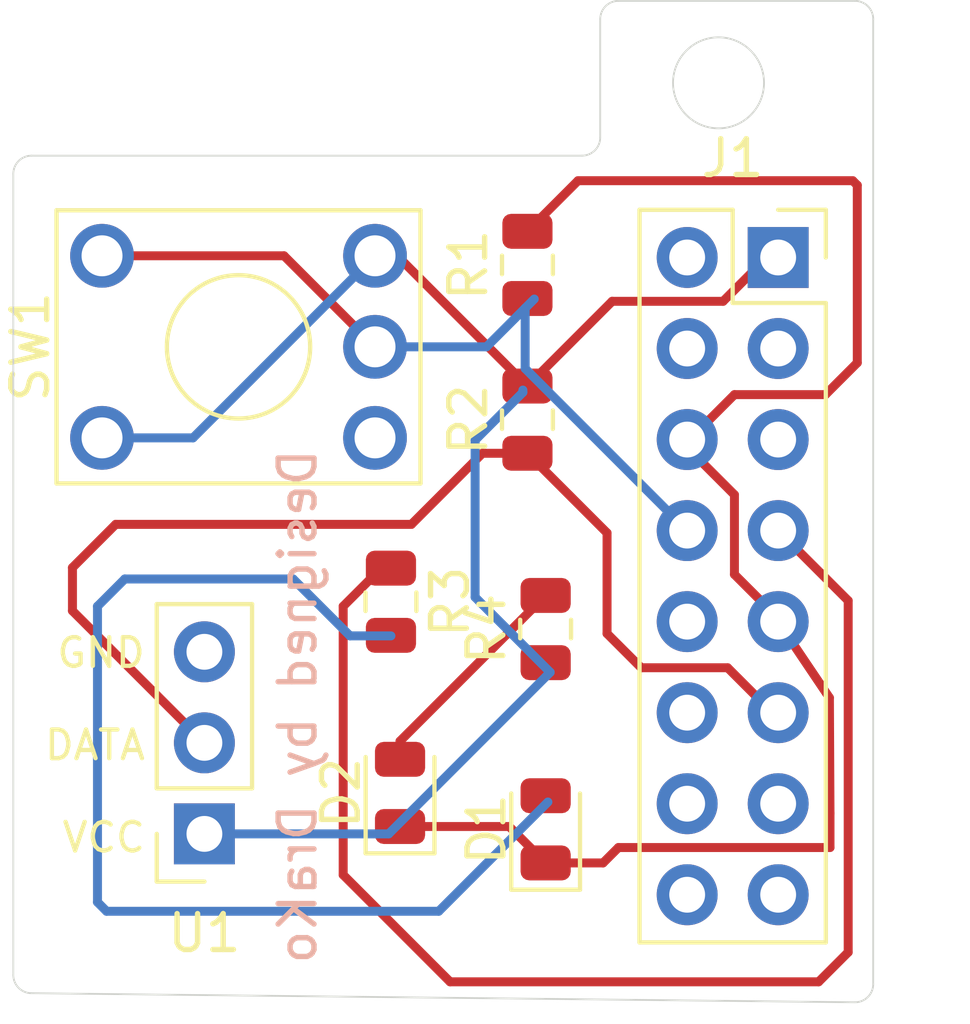
<source format=kicad_pcb>
(kicad_pcb (version 20171130) (host pcbnew "(5.1.5)-3")

  (general
    (thickness 1.6)
    (drawings 15)
    (tracks 72)
    (zones 0)
    (modules 9)
    (nets 19)
  )

  (page A4)
  (title_block
    (title "Raspberry Pi Full Stack HAT")
    (date 2020-04-26)
    (comment 1 "Designed by DraKo")
  )

  (layers
    (0 F.Cu signal)
    (31 B.Cu signal)
    (32 B.Adhes user)
    (33 F.Adhes user)
    (34 B.Paste user)
    (35 F.Paste user)
    (36 B.SilkS user)
    (37 F.SilkS user)
    (38 B.Mask user)
    (39 F.Mask user)
    (40 Dwgs.User user)
    (41 Cmts.User user)
    (42 Eco1.User user)
    (43 Eco2.User user)
    (44 Edge.Cuts user)
    (45 Margin user)
    (46 B.CrtYd user)
    (47 F.CrtYd user)
    (48 B.Fab user)
    (49 F.Fab user)
  )

  (setup
    (last_trace_width 0.25)
    (trace_clearance 0.2)
    (zone_clearance 0.508)
    (zone_45_only no)
    (trace_min 0.2)
    (via_size 0.8)
    (via_drill 0.4)
    (via_min_size 0.4)
    (via_min_drill 0.3)
    (uvia_size 0.3)
    (uvia_drill 0.1)
    (uvias_allowed no)
    (uvia_min_size 0.2)
    (uvia_min_drill 0.1)
    (edge_width 0.05)
    (segment_width 0.2)
    (pcb_text_width 0.3)
    (pcb_text_size 1.5 1.5)
    (mod_edge_width 0.12)
    (mod_text_size 1 1)
    (mod_text_width 0.15)
    (pad_size 1.524 1.524)
    (pad_drill 0.762)
    (pad_to_mask_clearance 0.051)
    (solder_mask_min_width 0.25)
    (aux_axis_origin 0 0)
    (visible_elements 7FFFFFFF)
    (pcbplotparams
      (layerselection 0x010fc_ffffffff)
      (usegerberextensions false)
      (usegerberattributes false)
      (usegerberadvancedattributes false)
      (creategerberjobfile false)
      (excludeedgelayer true)
      (linewidth 0.100000)
      (plotframeref false)
      (viasonmask false)
      (mode 1)
      (useauxorigin false)
      (hpglpennumber 1)
      (hpglpenspeed 20)
      (hpglpendiameter 15.000000)
      (psnegative false)
      (psa4output false)
      (plotreference true)
      (plotvalue true)
      (plotinvisibletext false)
      (padsonsilk false)
      (subtractmaskfromsilk false)
      (outputformat 1)
      (mirror false)
      (drillshape 1)
      (scaleselection 1)
      (outputdirectory ""))
  )

  (net 0 "")
  (net 1 GND)
  (net 2 "Net-(D1-Pad2)")
  (net 3 "Net-(D2-Pad2)")
  (net 4 /3V3)
  (net 5 "Net-(J1-Pad2)")
  (net 6 "Net-(J1-Pad3)")
  (net 7 "Net-(J1-Pad4)")
  (net 8 "Net-(J1-Pad5)")
  (net 9 "Net-(J1-Pad7)")
  (net 10 /button_input)
  (net 11 "Net-(J1-Pad10)")
  (net 12 "Net-(J1-Pad11)")
  (net 13 "Net-(J1-Pad12)")
  (net 14 "Net-(J1-Pad13)")
  (net 15 "Net-(J1-Pad14)")
  (net 16 "Net-(J1-Pad15)")
  (net 17 "Net-(J1-Pad16)")
  (net 18 "Net-(U1-Pad3)")

  (net_class Default "This is the default net class."
    (clearance 0.2)
    (trace_width 0.25)
    (via_dia 0.8)
    (via_drill 0.4)
    (uvia_dia 0.3)
    (uvia_drill 0.1)
    (add_net /3V3)
    (add_net /button_input)
    (add_net GND)
    (add_net "Net-(D1-Pad2)")
    (add_net "Net-(D2-Pad2)")
    (add_net "Net-(J1-Pad10)")
    (add_net "Net-(J1-Pad11)")
    (add_net "Net-(J1-Pad12)")
    (add_net "Net-(J1-Pad13)")
    (add_net "Net-(J1-Pad14)")
    (add_net "Net-(J1-Pad15)")
    (add_net "Net-(J1-Pad16)")
    (add_net "Net-(J1-Pad2)")
    (add_net "Net-(J1-Pad3)")
    (add_net "Net-(J1-Pad4)")
    (add_net "Net-(J1-Pad5)")
    (add_net "Net-(J1-Pad7)")
    (add_net "Net-(U1-Pad3)")
  )

  (module LED_SMD:LED_0805_2012Metric (layer F.Cu) (tedit 5B36C52C) (tstamp 5EA5FE30)
    (at 165.862 101.854 90)
    (descr "LED SMD 0805 (2012 Metric), square (rectangular) end terminal, IPC_7351 nominal, (Body size source: https://docs.google.com/spreadsheets/d/1BsfQQcO9C6DZCsRaXUlFlo91Tg2WpOkGARC1WS5S8t0/edit?usp=sharing), generated with kicad-footprint-generator")
    (tags diode)
    (path /5EA5F743)
    (attr smd)
    (fp_text reference D1 (at 0 -1.65 90) (layer F.SilkS)
      (effects (font (size 1 1) (thickness 0.15)))
    )
    (fp_text value LED (at 0 1.65 90) (layer F.Fab)
      (effects (font (size 1 1) (thickness 0.15)))
    )
    (fp_line (start 1 -0.6) (end -0.7 -0.6) (layer F.Fab) (width 0.1))
    (fp_line (start -0.7 -0.6) (end -1 -0.3) (layer F.Fab) (width 0.1))
    (fp_line (start -1 -0.3) (end -1 0.6) (layer F.Fab) (width 0.1))
    (fp_line (start -1 0.6) (end 1 0.6) (layer F.Fab) (width 0.1))
    (fp_line (start 1 0.6) (end 1 -0.6) (layer F.Fab) (width 0.1))
    (fp_line (start 1 -0.96) (end -1.685 -0.96) (layer F.SilkS) (width 0.12))
    (fp_line (start -1.685 -0.96) (end -1.685 0.96) (layer F.SilkS) (width 0.12))
    (fp_line (start -1.685 0.96) (end 1 0.96) (layer F.SilkS) (width 0.12))
    (fp_line (start -1.68 0.95) (end -1.68 -0.95) (layer F.CrtYd) (width 0.05))
    (fp_line (start -1.68 -0.95) (end 1.68 -0.95) (layer F.CrtYd) (width 0.05))
    (fp_line (start 1.68 -0.95) (end 1.68 0.95) (layer F.CrtYd) (width 0.05))
    (fp_line (start 1.68 0.95) (end -1.68 0.95) (layer F.CrtYd) (width 0.05))
    (fp_text user %R (at 0 0 90) (layer F.Fab)
      (effects (font (size 0.5 0.5) (thickness 0.08)))
    )
    (pad 1 smd roundrect (at -0.9375 0 90) (size 0.975 1.4) (layers F.Cu F.Paste F.Mask) (roundrect_rratio 0.25)
      (net 1 GND))
    (pad 2 smd roundrect (at 0.9375 0 90) (size 0.975 1.4) (layers F.Cu F.Paste F.Mask) (roundrect_rratio 0.25)
      (net 2 "Net-(D1-Pad2)"))
    (model ${KISYS3DMOD}/LED_SMD.3dshapes/LED_0805_2012Metric.wrl
      (at (xyz 0 0 0))
      (scale (xyz 1 1 1))
      (rotate (xyz 0 0 0))
    )
  )

  (module LED_SMD:LED_0805_2012Metric (layer F.Cu) (tedit 5B36C52C) (tstamp 5EA5FE43)
    (at 161.798 100.838 90)
    (descr "LED SMD 0805 (2012 Metric), square (rectangular) end terminal, IPC_7351 nominal, (Body size source: https://docs.google.com/spreadsheets/d/1BsfQQcO9C6DZCsRaXUlFlo91Tg2WpOkGARC1WS5S8t0/edit?usp=sharing), generated with kicad-footprint-generator")
    (tags diode)
    (path /5EA89E04)
    (attr smd)
    (fp_text reference D2 (at 0 -1.65 90) (layer F.SilkS)
      (effects (font (size 1 1) (thickness 0.15)))
    )
    (fp_text value LED (at 0 1.65 90) (layer F.Fab)
      (effects (font (size 1 1) (thickness 0.15)))
    )
    (fp_text user %R (at 0 0 90) (layer F.Fab)
      (effects (font (size 0.5 0.5) (thickness 0.08)))
    )
    (fp_line (start 1.68 0.95) (end -1.68 0.95) (layer F.CrtYd) (width 0.05))
    (fp_line (start 1.68 -0.95) (end 1.68 0.95) (layer F.CrtYd) (width 0.05))
    (fp_line (start -1.68 -0.95) (end 1.68 -0.95) (layer F.CrtYd) (width 0.05))
    (fp_line (start -1.68 0.95) (end -1.68 -0.95) (layer F.CrtYd) (width 0.05))
    (fp_line (start -1.685 0.96) (end 1 0.96) (layer F.SilkS) (width 0.12))
    (fp_line (start -1.685 -0.96) (end -1.685 0.96) (layer F.SilkS) (width 0.12))
    (fp_line (start 1 -0.96) (end -1.685 -0.96) (layer F.SilkS) (width 0.12))
    (fp_line (start 1 0.6) (end 1 -0.6) (layer F.Fab) (width 0.1))
    (fp_line (start -1 0.6) (end 1 0.6) (layer F.Fab) (width 0.1))
    (fp_line (start -1 -0.3) (end -1 0.6) (layer F.Fab) (width 0.1))
    (fp_line (start -0.7 -0.6) (end -1 -0.3) (layer F.Fab) (width 0.1))
    (fp_line (start 1 -0.6) (end -0.7 -0.6) (layer F.Fab) (width 0.1))
    (pad 2 smd roundrect (at 0.9375 0 90) (size 0.975 1.4) (layers F.Cu F.Paste F.Mask) (roundrect_rratio 0.25)
      (net 3 "Net-(D2-Pad2)"))
    (pad 1 smd roundrect (at -0.9375 0 90) (size 0.975 1.4) (layers F.Cu F.Paste F.Mask) (roundrect_rratio 0.25)
      (net 1 GND))
    (model ${KISYS3DMOD}/LED_SMD.3dshapes/LED_0805_2012Metric.wrl
      (at (xyz 0 0 0))
      (scale (xyz 1 1 1))
      (rotate (xyz 0 0 0))
    )
  )

  (module Connector_PinSocket_2.54mm:PinSocket_2x08_P2.54mm_Vertical (layer F.Cu) (tedit 5A19A42B) (tstamp 5EA5FE69)
    (at 172.353001 85.899001)
    (descr "Through hole straight socket strip, 2x08, 2.54mm pitch, double cols (from Kicad 4.0.7), script generated")
    (tags "Through hole socket strip THT 2x08 2.54mm double row")
    (path /5EA5A41A)
    (fp_text reference J1 (at -1.27 -2.77) (layer F.SilkS)
      (effects (font (size 1 1) (thickness 0.15)))
    )
    (fp_text value Raspberry_Pi_2_3 (at -1.27 20.55) (layer F.Fab)
      (effects (font (size 1 1) (thickness 0.15)))
    )
    (fp_line (start -3.81 -1.27) (end 0.27 -1.27) (layer F.Fab) (width 0.1))
    (fp_line (start 0.27 -1.27) (end 1.27 -0.27) (layer F.Fab) (width 0.1))
    (fp_line (start 1.27 -0.27) (end 1.27 19.05) (layer F.Fab) (width 0.1))
    (fp_line (start 1.27 19.05) (end -3.81 19.05) (layer F.Fab) (width 0.1))
    (fp_line (start -3.81 19.05) (end -3.81 -1.27) (layer F.Fab) (width 0.1))
    (fp_line (start -3.87 -1.33) (end -1.27 -1.33) (layer F.SilkS) (width 0.12))
    (fp_line (start -3.87 -1.33) (end -3.87 19.11) (layer F.SilkS) (width 0.12))
    (fp_line (start -3.87 19.11) (end 1.33 19.11) (layer F.SilkS) (width 0.12))
    (fp_line (start 1.33 1.27) (end 1.33 19.11) (layer F.SilkS) (width 0.12))
    (fp_line (start -1.27 1.27) (end 1.33 1.27) (layer F.SilkS) (width 0.12))
    (fp_line (start -1.27 -1.33) (end -1.27 1.27) (layer F.SilkS) (width 0.12))
    (fp_line (start 1.33 -1.33) (end 1.33 0) (layer F.SilkS) (width 0.12))
    (fp_line (start 0 -1.33) (end 1.33 -1.33) (layer F.SilkS) (width 0.12))
    (fp_line (start -4.34 -1.8) (end 1.76 -1.8) (layer F.CrtYd) (width 0.05))
    (fp_line (start 1.76 -1.8) (end 1.76 19.55) (layer F.CrtYd) (width 0.05))
    (fp_line (start 1.76 19.55) (end -4.34 19.55) (layer F.CrtYd) (width 0.05))
    (fp_line (start -4.34 19.55) (end -4.34 -1.8) (layer F.CrtYd) (width 0.05))
    (fp_text user %R (at -1.27 8.89 90) (layer F.Fab)
      (effects (font (size 1 1) (thickness 0.15)))
    )
    (pad 1 thru_hole rect (at 0 0) (size 1.7 1.7) (drill 1) (layers *.Cu *.Mask)
      (net 4 /3V3))
    (pad 2 thru_hole oval (at -2.54 0) (size 1.7 1.7) (drill 1) (layers *.Cu *.Mask)
      (net 5 "Net-(J1-Pad2)"))
    (pad 3 thru_hole oval (at 0 2.54) (size 1.7 1.7) (drill 1) (layers *.Cu *.Mask)
      (net 6 "Net-(J1-Pad3)"))
    (pad 4 thru_hole oval (at -2.54 2.54) (size 1.7 1.7) (drill 1) (layers *.Cu *.Mask)
      (net 7 "Net-(J1-Pad4)"))
    (pad 5 thru_hole oval (at 0 5.08) (size 1.7 1.7) (drill 1) (layers *.Cu *.Mask)
      (net 8 "Net-(J1-Pad5)"))
    (pad 6 thru_hole oval (at -2.54 5.08) (size 1.7 1.7) (drill 1) (layers *.Cu *.Mask)
      (net 1 GND))
    (pad 7 thru_hole oval (at 0 7.62) (size 1.7 1.7) (drill 1) (layers *.Cu *.Mask)
      (net 9 "Net-(J1-Pad7)"))
    (pad 8 thru_hole oval (at -2.54 7.62) (size 1.7 1.7) (drill 1) (layers *.Cu *.Mask)
      (net 10 /button_input))
    (pad 9 thru_hole oval (at 0 10.16) (size 1.7 1.7) (drill 1) (layers *.Cu *.Mask)
      (net 1 GND))
    (pad 10 thru_hole oval (at -2.54 10.16) (size 1.7 1.7) (drill 1) (layers *.Cu *.Mask)
      (net 11 "Net-(J1-Pad10)"))
    (pad 11 thru_hole oval (at 0 12.7) (size 1.7 1.7) (drill 1) (layers *.Cu *.Mask)
      (net 12 "Net-(J1-Pad11)"))
    (pad 12 thru_hole oval (at -2.54 12.7) (size 1.7 1.7) (drill 1) (layers *.Cu *.Mask)
      (net 13 "Net-(J1-Pad12)"))
    (pad 13 thru_hole oval (at 0 15.24) (size 1.7 1.7) (drill 1) (layers *.Cu *.Mask)
      (net 14 "Net-(J1-Pad13)"))
    (pad 14 thru_hole oval (at -2.54 15.24) (size 1.7 1.7) (drill 1) (layers *.Cu *.Mask)
      (net 15 "Net-(J1-Pad14)"))
    (pad 15 thru_hole oval (at 0 17.78) (size 1.7 1.7) (drill 1) (layers *.Cu *.Mask)
      (net 16 "Net-(J1-Pad15)"))
    (pad 16 thru_hole oval (at -2.54 17.78) (size 1.7 1.7) (drill 1) (layers *.Cu *.Mask)
      (net 17 "Net-(J1-Pad16)"))
    (model ${KISYS3DMOD}/Connector_PinSocket_2.54mm.3dshapes/PinSocket_2x08_P2.54mm_Vertical.wrl
      (at (xyz 0 0 0))
      (scale (xyz 1 1 1))
      (rotate (xyz 0 0 0))
    )
  )

  (module Resistor_SMD:R_0805_2012Metric (layer F.Cu) (tedit 5B36C52B) (tstamp 5EA5FE7A)
    (at 165.354 86.106 90)
    (descr "Resistor SMD 0805 (2012 Metric), square (rectangular) end terminal, IPC_7351 nominal, (Body size source: https://docs.google.com/spreadsheets/d/1BsfQQcO9C6DZCsRaXUlFlo91Tg2WpOkGARC1WS5S8t0/edit?usp=sharing), generated with kicad-footprint-generator")
    (tags resistor)
    (path /5EA5E66D)
    (attr smd)
    (fp_text reference R1 (at 0 -1.65 90) (layer F.SilkS)
      (effects (font (size 1 1) (thickness 0.15)))
    )
    (fp_text value 10k (at 0 1.65 90) (layer F.Fab)
      (effects (font (size 1 1) (thickness 0.15)))
    )
    (fp_line (start -1 0.6) (end -1 -0.6) (layer F.Fab) (width 0.1))
    (fp_line (start -1 -0.6) (end 1 -0.6) (layer F.Fab) (width 0.1))
    (fp_line (start 1 -0.6) (end 1 0.6) (layer F.Fab) (width 0.1))
    (fp_line (start 1 0.6) (end -1 0.6) (layer F.Fab) (width 0.1))
    (fp_line (start -0.258578 -0.71) (end 0.258578 -0.71) (layer F.SilkS) (width 0.12))
    (fp_line (start -0.258578 0.71) (end 0.258578 0.71) (layer F.SilkS) (width 0.12))
    (fp_line (start -1.68 0.95) (end -1.68 -0.95) (layer F.CrtYd) (width 0.05))
    (fp_line (start -1.68 -0.95) (end 1.68 -0.95) (layer F.CrtYd) (width 0.05))
    (fp_line (start 1.68 -0.95) (end 1.68 0.95) (layer F.CrtYd) (width 0.05))
    (fp_line (start 1.68 0.95) (end -1.68 0.95) (layer F.CrtYd) (width 0.05))
    (fp_text user %R (at 0 0 90) (layer F.Fab)
      (effects (font (size 0.5 0.5) (thickness 0.08)))
    )
    (pad 1 smd roundrect (at -0.9375 0 90) (size 0.975 1.4) (layers F.Cu F.Paste F.Mask) (roundrect_rratio 0.25)
      (net 10 /button_input))
    (pad 2 smd roundrect (at 0.9375 0 90) (size 0.975 1.4) (layers F.Cu F.Paste F.Mask) (roundrect_rratio 0.25)
      (net 1 GND))
    (model ${KISYS3DMOD}/Resistor_SMD.3dshapes/R_0805_2012Metric.wrl
      (at (xyz 0 0 0))
      (scale (xyz 1 1 1))
      (rotate (xyz 0 0 0))
    )
  )

  (module Resistor_SMD:R_0805_2012Metric (layer F.Cu) (tedit 5B36C52B) (tstamp 5EA5FE8B)
    (at 165.354 90.424 90)
    (descr "Resistor SMD 0805 (2012 Metric), square (rectangular) end terminal, IPC_7351 nominal, (Body size source: https://docs.google.com/spreadsheets/d/1BsfQQcO9C6DZCsRaXUlFlo91Tg2WpOkGARC1WS5S8t0/edit?usp=sharing), generated with kicad-footprint-generator")
    (tags resistor)
    (path /5EA5EF31)
    (attr smd)
    (fp_text reference R2 (at 0 -1.65 90) (layer F.SilkS)
      (effects (font (size 1 1) (thickness 0.15)))
    )
    (fp_text value 330k (at 0 1.65 90) (layer F.Fab)
      (effects (font (size 1 1) (thickness 0.15)))
    )
    (fp_text user %R (at 0 0 90) (layer F.Fab)
      (effects (font (size 0.5 0.5) (thickness 0.08)))
    )
    (fp_line (start 1.68 0.95) (end -1.68 0.95) (layer F.CrtYd) (width 0.05))
    (fp_line (start 1.68 -0.95) (end 1.68 0.95) (layer F.CrtYd) (width 0.05))
    (fp_line (start -1.68 -0.95) (end 1.68 -0.95) (layer F.CrtYd) (width 0.05))
    (fp_line (start -1.68 0.95) (end -1.68 -0.95) (layer F.CrtYd) (width 0.05))
    (fp_line (start -0.258578 0.71) (end 0.258578 0.71) (layer F.SilkS) (width 0.12))
    (fp_line (start -0.258578 -0.71) (end 0.258578 -0.71) (layer F.SilkS) (width 0.12))
    (fp_line (start 1 0.6) (end -1 0.6) (layer F.Fab) (width 0.1))
    (fp_line (start 1 -0.6) (end 1 0.6) (layer F.Fab) (width 0.1))
    (fp_line (start -1 -0.6) (end 1 -0.6) (layer F.Fab) (width 0.1))
    (fp_line (start -1 0.6) (end -1 -0.6) (layer F.Fab) (width 0.1))
    (pad 2 smd roundrect (at 0.9375 0 90) (size 0.975 1.4) (layers F.Cu F.Paste F.Mask) (roundrect_rratio 0.25)
      (net 4 /3V3))
    (pad 1 smd roundrect (at -0.9375 0 90) (size 0.975 1.4) (layers F.Cu F.Paste F.Mask) (roundrect_rratio 0.25)
      (net 12 "Net-(J1-Pad11)"))
    (model ${KISYS3DMOD}/Resistor_SMD.3dshapes/R_0805_2012Metric.wrl
      (at (xyz 0 0 0))
      (scale (xyz 1 1 1))
      (rotate (xyz 0 0 0))
    )
  )

  (module Resistor_SMD:R_0805_2012Metric (layer F.Cu) (tedit 5B36C52B) (tstamp 5EA5FE9C)
    (at 161.544 95.504 270)
    (descr "Resistor SMD 0805 (2012 Metric), square (rectangular) end terminal, IPC_7351 nominal, (Body size source: https://docs.google.com/spreadsheets/d/1BsfQQcO9C6DZCsRaXUlFlo91Tg2WpOkGARC1WS5S8t0/edit?usp=sharing), generated with kicad-footprint-generator")
    (tags resistor)
    (path /5EA5F26B)
    (attr smd)
    (fp_text reference R3 (at 0 -1.65 270) (layer F.SilkS)
      (effects (font (size 1 1) (thickness 0.15)))
    )
    (fp_text value R (at 0 1.65 270) (layer F.Fab)
      (effects (font (size 1 1) (thickness 0.15)))
    )
    (fp_line (start -1 0.6) (end -1 -0.6) (layer F.Fab) (width 0.1))
    (fp_line (start -1 -0.6) (end 1 -0.6) (layer F.Fab) (width 0.1))
    (fp_line (start 1 -0.6) (end 1 0.6) (layer F.Fab) (width 0.1))
    (fp_line (start 1 0.6) (end -1 0.6) (layer F.Fab) (width 0.1))
    (fp_line (start -0.258578 -0.71) (end 0.258578 -0.71) (layer F.SilkS) (width 0.12))
    (fp_line (start -0.258578 0.71) (end 0.258578 0.71) (layer F.SilkS) (width 0.12))
    (fp_line (start -1.68 0.95) (end -1.68 -0.95) (layer F.CrtYd) (width 0.05))
    (fp_line (start -1.68 -0.95) (end 1.68 -0.95) (layer F.CrtYd) (width 0.05))
    (fp_line (start 1.68 -0.95) (end 1.68 0.95) (layer F.CrtYd) (width 0.05))
    (fp_line (start 1.68 0.95) (end -1.68 0.95) (layer F.CrtYd) (width 0.05))
    (fp_text user %R (at 0 0 270) (layer F.Fab)
      (effects (font (size 0.5 0.5) (thickness 0.08)))
    )
    (pad 1 smd roundrect (at -0.9375 0 270) (size 0.975 1.4) (layers F.Cu F.Paste F.Mask) (roundrect_rratio 0.25)
      (net 9 "Net-(J1-Pad7)"))
    (pad 2 smd roundrect (at 0.9375 0 270) (size 0.975 1.4) (layers F.Cu F.Paste F.Mask) (roundrect_rratio 0.25)
      (net 2 "Net-(D1-Pad2)"))
    (model ${KISYS3DMOD}/Resistor_SMD.3dshapes/R_0805_2012Metric.wrl
      (at (xyz 0 0 0))
      (scale (xyz 1 1 1))
      (rotate (xyz 0 0 0))
    )
  )

  (module Resistor_SMD:R_0805_2012Metric (layer F.Cu) (tedit 5B36C52B) (tstamp 5EA5FEAD)
    (at 165.862 96.266 90)
    (descr "Resistor SMD 0805 (2012 Metric), square (rectangular) end terminal, IPC_7351 nominal, (Body size source: https://docs.google.com/spreadsheets/d/1BsfQQcO9C6DZCsRaXUlFlo91Tg2WpOkGARC1WS5S8t0/edit?usp=sharing), generated with kicad-footprint-generator")
    (tags resistor)
    (path /5EA89DFA)
    (attr smd)
    (fp_text reference R4 (at 0 -1.65 90) (layer F.SilkS)
      (effects (font (size 1 1) (thickness 0.15)))
    )
    (fp_text value R (at 0 1.65 90) (layer F.Fab)
      (effects (font (size 1 1) (thickness 0.15)))
    )
    (fp_text user %R (at 0 0 90) (layer F.Fab)
      (effects (font (size 0.5 0.5) (thickness 0.08)))
    )
    (fp_line (start 1.68 0.95) (end -1.68 0.95) (layer F.CrtYd) (width 0.05))
    (fp_line (start 1.68 -0.95) (end 1.68 0.95) (layer F.CrtYd) (width 0.05))
    (fp_line (start -1.68 -0.95) (end 1.68 -0.95) (layer F.CrtYd) (width 0.05))
    (fp_line (start -1.68 0.95) (end -1.68 -0.95) (layer F.CrtYd) (width 0.05))
    (fp_line (start -0.258578 0.71) (end 0.258578 0.71) (layer F.SilkS) (width 0.12))
    (fp_line (start -0.258578 -0.71) (end 0.258578 -0.71) (layer F.SilkS) (width 0.12))
    (fp_line (start 1 0.6) (end -1 0.6) (layer F.Fab) (width 0.1))
    (fp_line (start 1 -0.6) (end 1 0.6) (layer F.Fab) (width 0.1))
    (fp_line (start -1 -0.6) (end 1 -0.6) (layer F.Fab) (width 0.1))
    (fp_line (start -1 0.6) (end -1 -0.6) (layer F.Fab) (width 0.1))
    (pad 2 smd roundrect (at 0.9375 0 90) (size 0.975 1.4) (layers F.Cu F.Paste F.Mask) (roundrect_rratio 0.25)
      (net 3 "Net-(D2-Pad2)"))
    (pad 1 smd roundrect (at -0.9375 0 90) (size 0.975 1.4) (layers F.Cu F.Paste F.Mask) (roundrect_rratio 0.25)
      (net 4 /3V3))
    (model ${KISYS3DMOD}/Resistor_SMD.3dshapes/R_0805_2012Metric.wrl
      (at (xyz 0 0 0))
      (scale (xyz 1 1 1))
      (rotate (xyz 0 0 0))
    )
  )

  (module Connector_PinSocket_2.54mm:PinSocket_1x03_P2.54mm_Vertical (layer F.Cu) (tedit 5A19A429) (tstamp 5EA5FEC4)
    (at 156.337 101.981 180)
    (descr "Through hole straight socket strip, 1x03, 2.54mm pitch, single row (from Kicad 4.0.7), script generated")
    (tags "Through hole socket strip THT 1x03 2.54mm single row")
    (path /5EA602AA)
    (fp_text reference U1 (at 0 -2.77 180) (layer F.SilkS)
      (effects (font (size 1 1) (thickness 0.15)))
    )
    (fp_text value DHT22 (at 0 7.85 180) (layer F.Fab)
      (effects (font (size 1 1) (thickness 0.15)))
    )
    (fp_line (start -1.27 -1.27) (end 0.635 -1.27) (layer F.Fab) (width 0.1))
    (fp_line (start 0.635 -1.27) (end 1.27 -0.635) (layer F.Fab) (width 0.1))
    (fp_line (start 1.27 -0.635) (end 1.27 6.35) (layer F.Fab) (width 0.1))
    (fp_line (start 1.27 6.35) (end -1.27 6.35) (layer F.Fab) (width 0.1))
    (fp_line (start -1.27 6.35) (end -1.27 -1.27) (layer F.Fab) (width 0.1))
    (fp_line (start -1.33 1.27) (end 1.33 1.27) (layer F.SilkS) (width 0.12))
    (fp_line (start -1.33 1.27) (end -1.33 6.41) (layer F.SilkS) (width 0.12))
    (fp_line (start -1.33 6.41) (end 1.33 6.41) (layer F.SilkS) (width 0.12))
    (fp_line (start 1.33 1.27) (end 1.33 6.41) (layer F.SilkS) (width 0.12))
    (fp_line (start 1.33 -1.33) (end 1.33 0) (layer F.SilkS) (width 0.12))
    (fp_line (start 0 -1.33) (end 1.33 -1.33) (layer F.SilkS) (width 0.12))
    (fp_line (start -1.8 -1.8) (end 1.75 -1.8) (layer F.CrtYd) (width 0.05))
    (fp_line (start 1.75 -1.8) (end 1.75 6.85) (layer F.CrtYd) (width 0.05))
    (fp_line (start 1.75 6.85) (end -1.8 6.85) (layer F.CrtYd) (width 0.05))
    (fp_line (start -1.8 6.85) (end -1.8 -1.8) (layer F.CrtYd) (width 0.05))
    (fp_text user %R (at 0 2.54 270) (layer F.Fab)
      (effects (font (size 1 1) (thickness 0.15)))
    )
    (pad 1 thru_hole rect (at 0 0 180) (size 1.7 1.7) (drill 1) (layers *.Cu *.Mask)
      (net 4 /3V3))
    (pad 2 thru_hole oval (at 0 2.54 180) (size 1.7 1.7) (drill 1) (layers *.Cu *.Mask)
      (net 12 "Net-(J1-Pad11)"))
    (pad 3 thru_hole oval (at 0 5.08 180) (size 1.7 1.7) (drill 1) (layers *.Cu *.Mask)
      (net 18 "Net-(U1-Pad3)"))
    (model ${KISYS3DMOD}/Connector_PinSocket_2.54mm.3dshapes/PinSocket_1x03_P2.54mm_Vertical.wrl
      (at (xyz 0 0 0))
      (scale (xyz 1 1 1))
      (rotate (xyz 0 0 0))
    )
  )

  (module Button_Switch_THT:KSA_Tactile_SPST (layer F.Cu) (tedit 5A02FE31) (tstamp 5EA63F83)
    (at 153.4795 90.932 90)
    (descr "KSA http://www.ckswitches.com/media/1457/ksa_ksl.pdf")
    (tags "SWITCH SMD KSA SW")
    (path /5EA5D64B)
    (fp_text reference SW1 (at 2.54 -2 90) (layer F.SilkS)
      (effects (font (size 1 1) (thickness 0.15)))
    )
    (fp_text value SW_DPST (at 2.54 10 90) (layer F.Fab)
      (effects (font (size 1 1) (thickness 0.15)))
    )
    (fp_line (start -1.16 7.91) (end 6.24 7.91) (layer F.Fab) (width 0.1))
    (fp_line (start 6.24 -0.29) (end -1.16 -0.29) (layer F.Fab) (width 0.1))
    (fp_line (start -1.16 7.91) (end -1.16 -0.29) (layer F.Fab) (width 0.1))
    (fp_text user %R (at 2.54 4 90) (layer F.Fab)
      (effects (font (size 1 1) (thickness 0.15)))
    )
    (fp_line (start 6.35 8.89) (end 6.35 -1.27) (layer F.SilkS) (width 0.12))
    (fp_line (start -1.27 -1.27) (end 6.35 -1.27) (layer F.SilkS) (width 0.12))
    (fp_line (start -1.27 -1.27) (end -1.27 8.89) (layer F.SilkS) (width 0.12))
    (fp_line (start -1.27 8.89) (end 6.35 8.89) (layer F.SilkS) (width 0.12))
    (fp_line (start -1.41 -1.14) (end 6.49 -1.14) (layer F.CrtYd) (width 0.05))
    (fp_line (start -1.41 -1.14) (end -1.41 8.75) (layer F.CrtYd) (width 0.05))
    (fp_line (start 6.49 8.75) (end 6.49 -1.14) (layer F.CrtYd) (width 0.05))
    (fp_line (start 6.49 8.75) (end -1.41 8.75) (layer F.CrtYd) (width 0.05))
    (fp_circle (center 2.54 3.81) (end 0.54 3.81) (layer F.SilkS) (width 0.12))
    (fp_line (start 6.24 7.91) (end 6.24 -0.29) (layer F.Fab) (width 0.1))
    (pad 1 thru_hole circle (at 0 0 90) (size 1.778 1.778) (drill 1.143) (layers *.Cu *.Mask)
      (net 4 /3V3))
    (pad 2 thru_hole circle (at 5.08 0 90) (size 1.778 1.778) (drill 1.143) (layers *.Cu *.Mask)
      (net 10 /button_input))
    (pad 3 thru_hole circle (at 5.08 7.62 90) (size 1.778 1.778) (drill 1.143) (layers *.Cu *.Mask)
      (net 4 /3V3))
    (pad 4 thru_hole circle (at 2.54 7.62 90) (size 1.778 1.778) (drill 1.143) (layers *.Cu *.Mask)
      (net 10 /button_input))
    (pad 5 thru_hole circle (at 0 7.62 90) (size 1.778 1.778) (drill 1.143) (layers *.Cu *.Mask))
    (model ${KISYS3DMOD}/Button_Switch_THT.3dshapes/KSA_Tactile_SPST.wrl
      (at (xyz 0 0 0))
      (scale (xyz 1 1 1))
      (rotate (xyz 0 0 0))
    )
  )

  (gr_text "GND\n\nDATA\n\nVCC" (at 154.7495 99.5045) (layer F.SilkS)
    (effects (font (size 0.8 0.8) (thickness 0.12)) (justify right))
  )
  (gr_text "Designed by DraKo" (at 158.9405 98.425 90) (layer B.SilkS)
    (effects (font (size 1 1) (thickness 0.15)) (justify mirror))
  )
  (gr_line (start 166.878 83.058) (end 151.511 83.058) (angle 90) (layer Edge.Cuts) (width 0.05))
  (gr_line (start 174.498 106.68) (end 151.511 106.426) (angle 90) (layer Edge.Cuts) (width 0.05))
  (gr_line (start 151.003 105.918) (end 151.003 83.566) (angle 90) (layer Edge.Cuts) (width 0.05))
  (gr_line (start 175.006 79.248) (end 175.006 106.172) (angle 90) (layer Edge.Cuts) (width 0.05))
  (gr_line (start 167.386 79.248) (end 167.386 82.55) (angle 90) (layer Edge.Cuts) (width 0.05))
  (gr_line (start 174.498 78.74) (end 167.894 78.74) (angle 90) (layer Edge.Cuts) (width 0.05))
  (gr_arc (start 174.498 106.172) (end 175.006 106.172) (angle 90) (layer Edge.Cuts) (width 0.05))
  (gr_arc (start 151.511 105.918) (end 151.511 106.426) (angle 90) (layer Edge.Cuts) (width 0.05))
  (gr_arc (start 151.511 83.566) (end 151.003 83.566) (angle 90) (layer Edge.Cuts) (width 0.05))
  (gr_arc (start 166.878 82.55) (end 167.386 82.55) (angle 90) (layer Edge.Cuts) (width 0.05))
  (gr_arc (start 167.894 79.248) (end 167.386 79.248) (angle 90) (layer Edge.Cuts) (width 0.05))
  (gr_arc (start 174.498 79.248) (end 174.498 78.74) (angle 90) (layer Edge.Cuts) (width 0.05))
  (gr_circle (center 170.688 81.026) (end 171.704 81.788) (layer Edge.Cuts) (width 0.05))

  (segment (start 161.544 96.4565) (end 160.401 96.4565) (width 0.25) (layer B.Cu) (net 0))
  (segment (start 162.8775 104.14) (end 165.9255 101.092) (width 0.25) (layer B.Cu) (net 0) (tstamp 5EA96E9F))
  (segment (start 153.6065 104.14) (end 162.8775 104.14) (width 0.25) (layer B.Cu) (net 0) (tstamp 5EA96E9A))
  (segment (start 153.3525 103.886) (end 153.6065 104.14) (width 0.25) (layer B.Cu) (net 0) (tstamp 5EA96E98))
  (segment (start 153.3525 95.631) (end 153.3525 103.886) (width 0.25) (layer B.Cu) (net 0) (tstamp 5EA96E96))
  (segment (start 154.1145 94.869) (end 153.3525 95.631) (width 0.25) (layer B.Cu) (net 0) (tstamp 5EA96E94))
  (segment (start 158.8135 94.869) (end 154.1145 94.869) (width 0.25) (layer B.Cu) (net 0) (tstamp 5EA96E92))
  (segment (start 160.401 96.4565) (end 158.8135 94.869) (width 0.25) (layer B.Cu) (net 0) (tstamp 5EA96E8E))
  (segment (start 161.798 101.7755) (end 164.846 101.7755) (width 0.25) (layer F.Cu) (net 1) (status 400000))
  (segment (start 164.846 101.7755) (end 165.862 102.7915) (width 0.25) (layer F.Cu) (net 1) (tstamp 5EA96D46) (status 800000))
  (segment (start 165.862 102.7915) (end 167.4645 102.7915) (width 0.25) (layer F.Cu) (net 1) (status 400000))
  (segment (start 173.783385 98.181858) (end 172.353001 96.059001) (width 0.25) (layer F.Cu) (net 1) (tstamp 5EA96D72) (status 800000))
  (segment (start 173.799498 101.409183) (end 173.783385 98.181858) (width 0.25) (layer F.Cu) (net 1) (tstamp 5EA96D6E))
  (segment (start 173.7995 102.362) (end 173.799498 101.409183) (width 0.25) (layer F.Cu) (net 1) (tstamp 5EA96D68))
  (segment (start 167.894 102.362) (end 173.7995 102.362) (width 0.25) (layer F.Cu) (net 1) (tstamp 5EA96D63))
  (segment (start 167.4645 102.7915) (end 167.894 102.362) (width 0.25) (layer F.Cu) (net 1) (tstamp 5EA96D4B))
  (segment (start 169.813001 90.979001) (end 169.813001 91.200001) (width 0.25) (layer F.Cu) (net 1) (status C00000))
  (segment (start 172.353001 95.962501) (end 172.353001 96.059001) (width 0.25) (layer F.Cu) (net 1) (tstamp 5EA96D81) (status C00000))
  (segment (start 171.1325 94.742) (end 172.353001 95.962501) (width 0.25) (layer F.Cu) (net 1) (tstamp 5EA96D80) (status 800000))
  (segment (start 171.1325 92.5195) (end 171.1325 94.742) (width 0.25) (layer F.Cu) (net 1) (tstamp 5EA96D7E))
  (segment (start 169.813001 91.200001) (end 171.1325 92.5195) (width 0.25) (layer F.Cu) (net 1) (tstamp 5EA96D7C) (status 400000))
  (segment (start 169.813001 90.979001) (end 169.878999 90.979001) (width 0.25) (layer F.Cu) (net 1) (status C00000))
  (segment (start 166.766 83.7565) (end 165.354 85.1685) (width 0.25) (layer F.Cu) (net 1) (tstamp 5EA96DE5) (status 800000))
  (segment (start 174.4345 83.7565) (end 166.766 83.7565) (width 0.25) (layer F.Cu) (net 1) (tstamp 5EA96DE3))
  (segment (start 174.5615 83.8835) (end 174.4345 83.7565) (width 0.25) (layer F.Cu) (net 1) (tstamp 5EA96DE0))
  (segment (start 174.5615 88.8365) (end 174.5615 83.8835) (width 0.25) (layer F.Cu) (net 1) (tstamp 5EA96DDF))
  (segment (start 173.6725 89.7255) (end 174.5615 88.8365) (width 0.25) (layer F.Cu) (net 1) (tstamp 5EA96DDE))
  (segment (start 171.1325 89.7255) (end 173.6725 89.7255) (width 0.25) (layer F.Cu) (net 1) (tstamp 5EA96DD9))
  (segment (start 169.878999 90.979001) (end 171.1325 89.7255) (width 0.25) (layer F.Cu) (net 1) (tstamp 5EA96DD6) (status 400000))
  (segment (start 161.798 99.9005) (end 161.798 99.3925) (width 0.25) (layer F.Cu) (net 3) (status 400000))
  (segment (start 161.798 99.3925) (end 165.862 95.3285) (width 0.25) (layer F.Cu) (net 3) (tstamp 5EA96CC0) (status 800000))
  (segment (start 161.0995 85.852) (end 161.7195 85.852) (width 0.25) (layer F.Cu) (net 4) (status C00000))
  (segment (start 161.7195 85.852) (end 165.354 89.4865) (width 0.25) (layer F.Cu) (net 4) (tstamp 5EA96D28) (status C00000))
  (segment (start 172.353001 85.899001) (end 172.037999 85.899001) (width 0.25) (layer F.Cu) (net 4) (status C00000))
  (segment (start 167.7185 87.122) (end 165.354 89.4865) (width 0.25) (layer F.Cu) (net 4) (tstamp 5EA96D3E) (status 800000))
  (segment (start 170.815 87.122) (end 167.7185 87.122) (width 0.25) (layer F.Cu) (net 4) (tstamp 5EA96D39))
  (segment (start 172.037999 85.899001) (end 170.815 87.122) (width 0.25) (layer F.Cu) (net 4) (tstamp 5EA96D37) (status 400000))
  (segment (start 153.4795 90.932) (end 156.0195 90.932) (width 0.25) (layer B.Cu) (net 4) (status 400000))
  (segment (start 156.0195 90.932) (end 161.0995 85.852) (width 0.25) (layer B.Cu) (net 4) (tstamp 5EA96DFA) (status 800000))
  (segment (start 156.337 101.981) (end 161.4805 101.981) (width 0.25) (layer B.Cu) (net 4) (status 400000))
  (segment (start 165.227 89.662) (end 165.227 89.5985) (width 0.25) (layer B.Cu) (net 4) (tstamp 5EA96E7C))
  (segment (start 163.8935 90.9955) (end 165.227 89.662) (width 0.25) (layer B.Cu) (net 4) (tstamp 5EA96E7B))
  (segment (start 163.8935 95.377) (end 163.8935 90.9955) (width 0.25) (layer B.Cu) (net 4) (tstamp 5EA96E78))
  (segment (start 165.989 97.4725) (end 163.8935 95.377) (width 0.25) (layer B.Cu) (net 4))
  (segment (start 161.4805 101.981) (end 165.989 97.4725) (width 0.25) (layer B.Cu) (net 4) (tstamp 5EA96DFE))
  (segment (start 161.544 94.5665) (end 161.275 94.5665) (width 0.25) (layer F.Cu) (net 9) (status C00000))
  (segment (start 174.3075 95.4735) (end 172.353001 93.519001) (width 0.25) (layer F.Cu) (net 9) (tstamp 5EA96DBD) (status 800000))
  (segment (start 174.3075 105.283) (end 174.3075 95.4735) (width 0.25) (layer F.Cu) (net 9) (tstamp 5EA96DBA))
  (segment (start 173.482 106.1085) (end 174.3075 105.283) (width 0.25) (layer F.Cu) (net 9) (tstamp 5EA96DB8))
  (segment (start 163.195 106.1085) (end 173.482 106.1085) (width 0.25) (layer F.Cu) (net 9) (tstamp 5EA96DB4))
  (segment (start 160.2105 103.124) (end 163.195 106.1085) (width 0.25) (layer F.Cu) (net 9) (tstamp 5EA96DB2))
  (segment (start 160.2105 95.631) (end 160.2105 103.124) (width 0.25) (layer F.Cu) (net 9) (tstamp 5EA96DAD))
  (segment (start 161.275 94.5665) (end 160.2105 95.631) (width 0.25) (layer F.Cu) (net 9) (tstamp 5EA96DAA) (status 400000))
  (segment (start 153.4795 85.852) (end 158.5595 85.852) (width 0.25) (layer F.Cu) (net 10) (status 400000))
  (segment (start 158.5595 85.852) (end 161.0995 88.392) (width 0.25) (layer F.Cu) (net 10) (tstamp 5EA96D22) (status 800000))
  (segment (start 161.0995 88.392) (end 164.211 88.392) (width 0.25) (layer B.Cu) (net 10) (status 400000))
  (segment (start 164.211 88.392) (end 165.2905 87.3125) (width 0.25) (layer B.Cu) (net 10) (tstamp 5EA96DEE))
  (segment (start 165.2905 87.3125) (end 165.5445 87.0585) (width 0.25) (layer B.Cu) (net 10) (tstamp 5EA96DF4))
  (segment (start 165.2905 87.3125) (end 165.2905 88.9965) (width 0.25) (layer B.Cu) (net 10))
  (segment (start 165.2905 88.9965) (end 169.813001 93.519001) (width 0.25) (layer B.Cu) (net 10) (tstamp 5EA96DF6) (status 800000))
  (segment (start 165.354 91.3615) (end 164.099 91.3615) (width 0.25) (layer F.Cu) (net 12) (status 400000))
  (segment (start 152.654 95.758) (end 156.337 99.441) (width 0.25) (layer F.Cu) (net 12) (tstamp 5EA96CF6) (status 800000))
  (segment (start 152.654 94.5515) (end 152.654 95.758) (width 0.25) (layer F.Cu) (net 12) (tstamp 5EA96CF0))
  (segment (start 153.8605 93.345) (end 152.654 94.5515) (width 0.25) (layer F.Cu) (net 12) (tstamp 5EA96CE9))
  (segment (start 162.1155 93.345) (end 153.8605 93.345) (width 0.25) (layer F.Cu) (net 12) (tstamp 5EA96CE5))
  (segment (start 164.099 91.3615) (end 162.1155 93.345) (width 0.25) (layer F.Cu) (net 12) (tstamp 5EA96CD1))
  (segment (start 172.353001 98.599001) (end 172.195501 98.599001) (width 0.25) (layer F.Cu) (net 12) (status C00000))
  (segment (start 167.5765 93.584) (end 165.354 91.3615) (width 0.25) (layer F.Cu) (net 12) (tstamp 5EA96D0B) (status 800000))
  (segment (start 167.5765 96.393) (end 167.5765 93.584) (width 0.25) (layer F.Cu) (net 12) (tstamp 5EA96D0A))
  (segment (start 168.529 97.3455) (end 167.5765 96.393) (width 0.25) (layer F.Cu) (net 12) (tstamp 5EA96D05))
  (segment (start 170.942 97.3455) (end 168.529 97.3455) (width 0.25) (layer F.Cu) (net 12) (tstamp 5EA96D02))
  (segment (start 172.195501 98.599001) (end 170.942 97.3455) (width 0.25) (layer F.Cu) (net 12) (tstamp 5EA96CFF) (status 400000))

)

</source>
